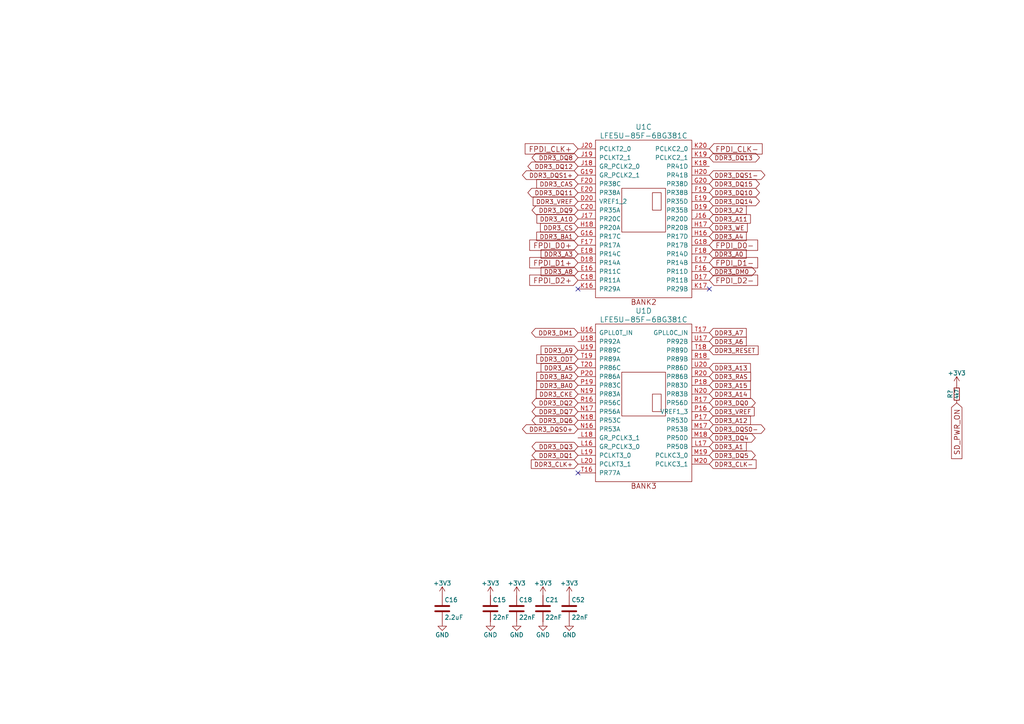
<source format=kicad_sch>
(kicad_sch (version 20231120) (generator "eeschema") (generator_version "8.0")
  (paper "A4")
  (title_block (title "ULX4M") (date "2021-11-08") (rev "0.0.2") (company "Intergalaktik d.o.o.") (comment 1 "SDRAM memory") (comment 2 "License: CERN-OHL-S v2"))
  (lib_symbols
    (symbol "Device:C" (pin_numbers hide) (pin_names (offset 0.254))
      (property "Reference" "C" (at 0.635 2.54 0))
      (property "Value" "C" (at 0.635 -2.54 0))
      (symbol "C_0_1"
        (polyline (pts (xy -2.032 -0.762) (xy 2.032 -0.762)) (stroke (width 0.508)))
        (polyline (pts (xy -2.032 0.762) (xy 2.032 0.762)) (stroke (width 0.508)))
      )
      (symbol "C_1_1"
        (pin passive line (at 0 3.81 270) (length 2.794) (name "~") (number "1"))
        (pin passive line (at 0 -3.81 90) (length 2.794) (name "~") (number "2"))
      )
    )
    (symbol "Device:R_Small" (pin_numbers hide) (pin_names (offset 0.254) hide)
      (property "Reference" "R" (at 0.762 0.508 0))
      (property "Value" "R_Small" (at 0.762 -1.016 0))
      (symbol "R_Small_0_1"
        (rectangle (start -0.762 1.778) (end 0.762 -1.778) (stroke (width 0.2032)))
      )
      (symbol "R_Small_1_1"
        (pin passive line (at 0 2.54 270) (length 0.762) (name "~") (number "1"))
        (pin passive line (at 0 -2.54 90) (length 0.762) (name "~") (number "2"))
      )
    )
    (symbol "lfe5bg381:LFE5UM-85F-6BG381C" (pin_names (offset 1.016))
      (property "Reference" "U" (at 0 24.13 0))
      (property "Value" "LFE5UM-85F-6BG381C" (at 0 21.59 0))
      (symbol "LFE5UM-85F-6BG381C_1_1"
        (rectangle (start -13.97 20.32) (end 13.97 -17.78))
        (rectangle (start -6.35 6.35) (end 6.35 -6.35))
        (rectangle (start -5.08 5.08) (end 0 2.54))
        (text "BANK0" (at 0 -19.05 0) (effects (font (size 1.524 1.524))))
        (pin input line (at -19.05 15.24 0) (length 5.08) (name "PCLKT0_1") (number "A10"))
        (pin input line (at 19.05 15.24 180) (length 5.08) (name "PCLKC0_1") (number "A11"))
        (pin input line (at -19.05 -10.16 0) (length 5.08) (name "PT4A") (number "A6"))
        (pin input line (at -19.05 5.08 0) (length 5.08) (name "PT18A") (number "A7"))
        (pin input line (at 19.05 5.08 180) (length 5.08) (name "PT18B") (number "A8"))
        (pin input line (at -19.05 12.7 0) (length 5.08) (name "GR_PCLK0_1") (number "A9"))
        (pin input line (at 19.05 12.7 180) (length 5.08) (name "GR_PCLK0_0") (number "B10"))
        (pin input line (at -19.05 17.78 0) (length 5.08) (name "PCLKT0_0") (number "B11"))
        (pin input line (at 19.05 -10.16 180) (length 5.08) (name "PT4B") (number "B6"))
        (pin input line (at 19.05 2.54 180) (length 5.08) (name "PT15B") (number "B8"))
        (pin input line (at -19.05 10.16 0) (length 5.08) (name "PT58A") (number "B9"))
        (pin input line (at 19.05 10.16 180) (length 5.08) (name "PT58B") (number "C10"))
        (pin input line (at 19.05 17.78 180) (length 5.08) (name "PCLKC0_0") (number "C11"))
        (pin input line (at -19.05 -2.54 0) (length 5.08) (name "PT11A") (number "C6"))
        (pin input line (at 19.05 -2.54 180) (length 5.08) (name "PT11B") (number "C7"))
        (pin input line (at -19.05 2.54 0) (length 5.08) (name "PT15A") (number "C8"))
        (pin input line (at -19.05 -15.24 0) (length 5.08) (name "PT54A") (number "C9"))
        (pin input line (at -19.05 -12.7 0) (length 5.08) (name "PT56A") (number "D10"))
        (pin input line (at 19.05 -7.62 180) (length 5.08) (name "PT6B") (number "D6"))
        (pin input line (at 19.05 -5.08 180) (length 5.08) (name "PT9B") (number "D7"))
        (pin input line (at 19.05 0 180) (length 5.08) (name "PT13B") (number "D8"))
        (pin input line (at -19.05 7.62 0) (length 5.08) (name "PT20A") (number "D9"))
        (pin input line (at 19.05 -12.7 180) (length 5.08) (name "PT56B") (number "E10"))
        (pin input line (at -19.05 -7.62 0) (length 5.08) (name "PT6A") (number "E6"))
        (pin input line (at -19.05 -5.08 0) (length 5.08) (name "PT9A") (number "E7"))
        (pin input line (at -19.05 0 0) (length 5.08) (name "PT13A") (number "E8"))
        (pin input line (at 19.05 7.62 180) (length 5.08) (name "PT20B") (number "E9"))
      )
      (symbol "LFE5UM-85F-6BG381C_2_0"
        (text "BANK1" (at 0 -26.67 0) (effects (font (size 1.524 1.524))))
      )
      (symbol "LFE5UM-85F-6BG381C_2_1"
        (rectangle (start -13.97 20.32) (end 13.97 -25.4))
        (rectangle (start -6.35 6.35) (end 6.35 -6.35))
        (rectangle (start 0 5.08) (end 5.08 2.54))
        (pin input line (at -19.05 -12.7 0) (length 5.08) (name "PT76A") (number "A12"))
        (pin input line (at 19.05 -12.7 180) (length 5.08) (name "PT76B") (number "A13"))
        (pin input line (at -19.05 -5.08 0) (length 5.08) (name "PT83A") (number "A14"))
        (pin input line (at -19.05 -22.86 0) (length 5.08) (name "PT103A") (number "A15"))
        (pin input line (at -19.05 5.08 0) (length 5.08) (name "PT110A") (number "A16"))
        (pin input line (at -19.05 12.7 0) (length 5.08) (name "PT116A") (number "A17"))
        (pin input line (at -19.05 15.24 0) (length 5.08) (name "PT119A") (number "A18"))
        (pin input line (at -19.05 17.78 0) (length 5.08) (name "PT121A") (number "A19"))
        (pin input line (at -19.05 -17.78 0) (length 5.08) (name "PCLKT1_0") (number "B12"))
        (pin input line (at -19.05 -10.16 0) (length 5.08) (name "PT78A") (number "B13"))
        (pin input line (at -19.05 0 0) (length 5.08) (name "PT105A") (number "B15"))
        (pin input line (at 19.05 5.08 180) (length 5.08) (name "PT110B") (number "B16"))
        (pin input line (at -19.05 10.16 0) (length 5.08) (name "PT114A") (number "B17"))
        (pin input line (at 19.05 12.7 180) (length 5.08) (name "PT116B") (number "B18"))
        (pin input line (at 19.05 15.24 180) (length 5.08) (name "PT119B") (number "B19"))
        (pin input line (at 19.05 17.78 180) (length 5.08) (name "PT121B") (number "B20"))
        (pin input line (at 19.05 -17.78 180) (length 5.08) (name "PCLKC1_0") (number "C12"))
        (pin input line (at 19.05 -10.16 180) (length 5.08) (name "PT78B") (number "C13"))
        (pin input line (at 19.05 -5.08 180) (length 5.08) (name "PT83B") (number "C14"))
        (pin input line (at 19.05 0 180) (length 5.08) (name "PT105B") (number "C15"))
        (pin input line (at -19.05 7.62 0) (length 5.08) (name "PT112A") (number "C16"))
        (pin input line (at 19.05 10.16 180) (length 5.08) (name "PT114B") (number "C17"))
        (pin input line (at -19.05 -20.32 0) (length 5.08) (name "PCLKT1_1") (number "D11"))
        (pin input line (at -19.05 -15.24 0) (length 5.08) (name "GR_PCLK1_0") (number "D12"))
        (pin input line (at -19.05 -7.62 0) (length 5.08) (name "PT80A") (number "D13"))
        (pin input line (at -19.05 -2.54 0) (length 5.08) (name "PT85A") (number "D14"))
        (pin input line (at -19.05 2.54 0) (length 5.08) (name "PT107A") (number "D15"))
        (pin input line (at 19.05 7.62 180) (length 5.08) (name "PT112B") (number "D16"))
        (pin input line (at 19.05 -20.32 180) (length 5.08) (name "PCLKC1_1") (number "E11"))
        (pin input line (at 19.05 -15.24 180) (length 5.08) (name "GR_PCLK1_1") (number "E12"))
        (pin input line (at 19.05 -7.62 180) (length 5.08) (name "PT80B") (number "E13"))
        (pin input line (at 19.05 -2.54 180) (length 5.08) (name "PT85B") (number "E14"))
        (pin input line (at 19.05 2.54 180) (length 5.08) (name "PT107B") (number "E15"))
      )
      (symbol "LFE5UM-85F-6BG381C_3_0"
        (text "BANK2" (at 0 -26.67 0) (effects (font (size 1.524 1.524))))
      )
      (symbol "LFE5UM-85F-6BG381C_3_1"
        (rectangle (start -13.97 20.32) (end 13.97 -25.4))
        (rectangle (start -6.35 6.35) (end 6.35 -6.35))
        (rectangle (start 5.08 5.08) (end 2.54 0))
        (pin input line (at -19.05 -20.32 0) (length 5.08) (name "PR11A") (number "C18"))
        (pin input line (at -19.05 0 0) (length 5.08) (name "PR35A") (number "C20"))
        (pin input line (at 19.05 -20.32 180) (length 5.08) (name "PR11B") (number "D17"))
        (pin input line (at -19.05 -15.24 0) (length 5.08) (name "PR14A") (number "D18"))
        (pin input line (at 19.05 0 180) (length 5.08) (name "PR35B") (number "D19"))
        (pin input line (at -19.05 2.54 0) (length 5.08) (name "VREF1_2") (number "D20"))
        (pin input line (at -19.05 -17.78 0) (length 5.08) (name "PR11C") (number "E16"))
        (pin input line (at 19.05 -15.24 180) (length 5.08) (name "PR14B") (number "E17"))
        (pin input line (at -19.05 -12.7 0) (length 5.08) (name "PR14C") (number "E18"))
        (pin input line (at 19.05 2.54 180) (length 5.08) (name "PR35D") (number "E19"))
        (pin input line (at -19.05 5.08 0) (length 5.08) (name "PR38A") (number "E20"))
        (pin input line (at 19.05 -17.78 180) (length 5.08) (name "PR11D") (number "F16"))
        (pin input line (at -19.05 -10.16 0) (length 5.08) (name "PR17A") (number "F17"))
        (pin input line (at 19.05 -12.7 180) (length 5.08) (name "PR14D") (number "F18"))
        (pin input line (at 19.05 5.08 180) (length 5.08) (name "PR38B") (number "F19"))
        (pin input line (at -19.05 7.62 0) (length 5.08) (name "PR38C") (number "F20"))
        (pin input line (at -19.05 -7.62 0) (length 5.08) (name "PR17C") (number "G16"))
        (pin input line (at 19.05 -10.16 180) (length 5.08) (name "PR17B") (number "G18"))
        (pin input line (at -19.05 10.16 0) (length 5.08) (name "GR_PCLK2_1") (number "G19"))
        (pin input line (at 19.05 7.62 180) (length 5.08) (name "PR38D") (number "G20"))
        (pin input line (at 19.05 -7.62 180) (length 5.08) (name "PR17D") (number "H16"))
        (pin input line (at 19.05 -5.08 180) (length 5.08) (name "PR20B") (number "H17"))
        (pin input line (at -19.05 -5.08 0) (length 5.08) (name "PR20A") (number "H18"))
        (pin input line (at 19.05 10.16 180) (length 5.08) (name "PR41B") (number "H20"))
        (pin input line (at 19.05 -2.54 180) (length 5.08) (name "PR20D") (number "J16"))
        (pin input line (at -19.05 -2.54 0) (length 5.08) (name "PR20C") (number "J17"))
        (pin input line (at -19.05 12.7 0) (length 5.08) (name "GR_PCLK2_0") (number "J18"))
        (pin input line (at -19.05 15.24 0) (length 5.08) (name "PCLKT2_1") (number "J19"))
        (pin input line (at -19.05 17.78 0) (length 5.08) (name "PCLKT2_0") (number "J20"))
        (pin input line (at -19.05 -22.86 0) (length 5.08) (name "PR29A") (number "K16"))
        (pin input line (at 19.05 -22.86 180) (length 5.08) (name "PR29B") (number "K17"))
        (pin input line (at 19.05 12.7 180) (length 5.08) (name "PR41D") (number "K18"))
        (pin input line (at 19.05 15.24 180) (length 5.08) (name "PCLKC2_1") (number "K19"))
        (pin input line (at 19.05 17.78 180) (length 5.08) (name "PCLKC2_0") (number "K20"))
      )
      (symbol "LFE5UM-85F-6BG381C_4_0"
        (text "BANK3" (at 0 -26.67 0) (effects (font (size 1.524 1.524))))
      )
      (symbol "LFE5UM-85F-6BG381C_4_1"
        (rectangle (start -13.97 20.32) (end 13.97 -25.4))
        (rectangle (start -6.35 6.35) (end 6.35 -6.35))
        (rectangle (start 2.54 0) (end 5.08 -5.08))
        (pin input line (at -19.05 -15.24 0) (length 5.08) (name "GR_PCLK3_0") (number "L16"))
        (pin input line (at 19.05 -15.24 180) (length 5.08) (name "PR50B") (number "L17"))
        (pin input line (at -19.05 -12.7 0) (length 5.08) (name "GR_PCLK3_1") (number "L18"))
        (pin input line (at -19.05 -17.78 0) (length 5.08) (name "PCLKT3_0") (number "L19"))
        (pin input line (at -19.05 -20.32 0) (length 5.08) (name "PCLKT3_1") (number "L20"))
        (pin input line (at 19.05 -10.16 180) (length 5.08) (name "PR53B") (number "M17"))
        (pin input line (at 19.05 -12.7 180) (length 5.08) (name "PR50D") (number "M18"))
        (pin input line (at 19.05 -17.78 180) (length 5.08) (name "PCLKC3_0") (number "M19"))
        (pin input line (at 19.05 -20.32 180) (length 5.08) (name "PCLKC3_1") (number "M20"))
        (pin input line (at -19.05 -10.16 0) (length 5.08) (name "PR53A") (number "N16"))
        (pin input line (at -19.05 -5.08 0) (length 5.08) (name "PR56A") (number "N17"))
        (pin input line (at -19.05 -7.62 0) (length 5.08) (name "PR53C") (number "N18"))
        (pin input line (at -19.05 0 0) (length 5.08) (name "PR83A") (number "N19"))
        (pin input line (at 19.05 0 180) (length 5.08) (name "PR83B") (number "N20"))
        (pin input line (at 19.05 -5.08 180) (length 5.08) (name "VREF1_3") (number "P16"))
        (pin input line (at 19.05 -7.62 180) (length 5.08) (name "PR53D") (number "P17"))
        (pin input line (at 19.05 2.54 180) (length 5.08) (name "PR83D") (number "P18"))
        (pin input line (at -19.05 2.54 0) (length 5.08) (name "PR83C") (number "P19"))
        (pin input line (at -19.05 5.08 0) (length 5.08) (name "PR86A") (number "P20"))
        (pin input line (at -19.05 -2.54 0) (length 5.08) (name "PR56C") (number "R16"))
        (pin input line (at 19.05 -2.54 180) (length 5.08) (name "PR56D") (number "R17"))
        (pin input line (at 19.05 10.16 180) (length 5.08) (name "PR89B") (number "R18"))
        (pin input line (at 19.05 5.08 180) (length 5.08) (name "PR86B") (number "R20"))
        (pin input line (at -19.05 -22.86 0) (length 5.08) (name "PR77A") (number "T16"))
        (pin input line (at 19.05 17.78 180) (length 5.08) (name "GPLL0C_IN") (number "T17"))
        (pin input line (at 19.05 12.7 180) (length 5.08) (name "PR89D") (number "T18"))
        (pin input line (at -19.05 10.16 0) (length 5.08) (name "PR89A") (number "T19"))
        (pin input line (at -19.05 7.62 0) (length 5.08) (name "PR86C") (number "T20"))
        (pin input line (at -19.05 17.78 0) (length 5.08) (name "GPLL0T_IN") (number "U16"))
        (pin input line (at 19.05 15.24 180) (length 5.08) (name "PR92B") (number "U17"))
        (pin input line (at -19.05 15.24 0) (length 5.08) (name "PR92A") (number "U18"))
        (pin input line (at -19.05 12.7 0) (length 5.08) (name "PR89C") (number "U19"))
        (pin input line (at 19.05 7.62 180) (length 5.08) (name "PR86D") (number "U20"))
      )
      (symbol "LFE5UM-85F-6BG381C_5_0"
        (text "BANK6" (at 0 -26.67 0) (effects (font (size 1.524 1.524))))
      )
      (symbol "LFE5UM-85F-6BG381C_5_1"
        (rectangle (start -13.97 20.32) (end 13.97 -25.4))
        (rectangle (start -6.35 6.35) (end 6.35 -6.35))
        (rectangle (start -5.08 0) (end -2.54 -5.08))
        (pin input line (at 19.05 15.24 180) (length 5.08) (name "PCLKC6_1") (number "F1"))
        (pin input line (at 19.05 17.78 180) (length 5.08) (name "PCLKC6_0") (number "G1"))
        (pin input line (at -19.05 15.24 0) (length 5.08) (name "PCLKT6_1") (number "G2"))
        (pin input line (at -19.05 7.62 0) (length 5.08) (name "PL53C") (number "H1"))
        (pin input line (at -19.05 17.78 0) (length 5.08) (name "PCLKT6_0") (number "H2"))
        (pin input line (at 19.05 5.08 180) (length 5.08) (name "PL53B") (number "J1"))
        (pin input line (at -19.05 12.7 0) (length 5.08) (name "GR_PCLK6_1") (number "J3"))
        (pin input line (at -19.05 10.16 0) (length 5.08) (name "GR_PCLK6_0") (number "J4"))
        (pin input line (at 19.05 10.16 180) (length 5.08) (name "PL50B") (number "J5"))
        (pin input line (at 19.05 7.62 180) (length 5.08) (name "PL53D") (number "K1"))
        (pin input line (at -19.05 5.08 0) (length 5.08) (name "PL53A") (number "K2"))
        (pin input line (at 19.05 12.7 180) (length 5.08) (name "PL50D") (number "K3"))
        (pin input line (at -19.05 0 0) (length 5.08) (name "PL56A") (number "K4"))
        (pin input line (at 19.05 0 180) (length 5.08) (name "VREF1_6") (number "K5"))
        (pin input line (at -19.05 -12.7 0) (length 5.08) (name "PL65C") (number "L1"))
        (pin input line (at 19.05 -7.62 180) (length 5.08) (name "PL86D") (number "L2"))
        (pin input line (at -19.05 -7.62 0) (length 5.08) (name "PL86C") (number "L3"))
        (pin input line (at -19.05 2.54 0) (length 5.08) (name "PL56C") (number "L4"))
        (pin input line (at 19.05 2.54 180) (length 5.08) (name "PL56D") (number "L5"))
        (pin input line (at 19.05 -15.24 180) (length 5.08) (name "PL89B") (number "M1"))
        (pin input line (at 19.05 -10.16 180) (length 5.08) (name "PL86B") (number "M3"))
        (pin input line (at -19.05 -5.08 0) (length 5.08) (name "PL83A") (number "M4"))
        (pin input line (at -19.05 -22.86 0) (length 5.08) (name "PL77A") (number "M5"))
        (pin input line (at 19.05 -12.7 180) (length 5.08) (name "PL89D") (number "N1"))
        (pin input line (at -19.05 -15.24 0) (length 5.08) (name "PL65A") (number "N2"))
        (pin input line (at -19.05 -10.16 0) (length 5.08) (name "PL86A") (number "N3"))
        (pin input line (at -19.05 -2.54 0) (length 5.08) (name "PL83C") (number "N4"))
        (pin input line (at 19.05 -5.08 180) (length 5.08) (name "PL83B") (number "N5"))
        (pin input line (at -19.05 -20.32 0) (length 5.08) (name "PL92A") (number "P1"))
        (pin input line (at 19.05 -20.32 180) (length 5.08) (name "PL92B") (number "P2"))
        (pin input line (at -19.05 -17.78 0) (length 5.08) (name "GPLL0T_IN") (number "P3"))
        (pin input line (at 19.05 -17.78 180) (length 5.08) (name "GPLL0C_IN") (number "P4"))
        (pin input line (at 19.05 -2.54 180) (length 5.08) (name "PL83D") (number "P5"))
      )
      (symbol "LFE5UM-85F-6BG381C_6_0"
        (text "BANK7" (at 0 -24.13 0) (effects (font (size 1.524 1.524))))
      )
      (symbol "LFE5UM-85F-6BG381C_6_1"
        (rectangle (start -13.97 20.32) (end 13.97 -22.86))
        (rectangle (start -6.35 6.35) (end 6.35 -6.35))
        (rectangle (start -5.08 5.08) (end -2.54 0))
        (pin input line (at -19.05 -5.08 0) (length 5.08) (name "PL35A") (number "A2"))
        (pin input line (at -19.05 12.7 0) (length 5.08) (name "PL14C") (number "A3"))
        (pin input line (at -19.05 15.24 0) (length 5.08) (name "PL11A") (number "A4"))
        (pin input line (at 19.05 15.24 180) (length 5.08) (name "PL11B") (number "A5"))
        (pin input line (at 19.05 -5.08 180) (length 5.08) (name "PL35B") (number "B1"))
        (pin input line (at -19.05 -2.54 0) (length 5.08) (name "VREF1_7") (number "B2"))
        (pin input line (at 19.05 12.7 180) (length 5.08) (name "PL14D") (number "B3"))
        (pin input line (at 19.05 10.16 180) (length 5.08) (name "PL14B") (number "B4"))
        (pin input line (at -19.05 17.78 0) (length 5.08) (name "PL11C") (number "B5"))
        (pin input line (at -19.05 -10.16 0) (length 5.08) (name "PL38A") (number "C1"))
        (pin input line (at 19.05 -2.54 180) (length 5.08) (name "PL35D") (number "C2"))
        (pin input line (at -19.05 7.62 0) (length 5.08) (name "PL17C") (number "C3"))
        (pin input line (at -19.05 10.16 0) (length 5.08) (name "PL14A") (number "C4"))
        (pin input line (at 19.05 17.78 180) (length 5.08) (name "PL11D") (number "C5"))
        (pin input line (at 19.05 -10.16 180) (length 5.08) (name "PL38B") (number "D1"))
        (pin input line (at -19.05 -7.62 0) (length 5.08) (name "PL38C") (number "D2"))
        (pin input line (at 19.05 7.62 180) (length 5.08) (name "PL17D") (number "D3"))
        (pin input line (at 19.05 5.08 180) (length 5.08) (name "PL17B") (number "D5"))
        (pin input line (at 19.05 -7.62 180) (length 5.08) (name "PL38D") (number "E1"))
        (pin input line (at 19.05 -17.78 180) (length 5.08) (name "PCLKC7_0") (number "E2"))
        (pin input line (at 19.05 0 180) (length 5.08) (name "PL20B") (number "E3"))
        (pin input line (at -19.05 5.08 0) (length 5.08) (name "PL17A") (number "E4"))
        (pin input line (at -19.05 2.54 0) (length 5.08) (name "PL20C") (number "E5"))
        (pin input line (at -19.05 -17.78 0) (length 5.08) (name "PCLKT7_0") (number "F2"))
        (pin input line (at 19.05 -20.32 180) (length 5.08) (name "PCLKC7_1") (number "F3"))
        (pin input line (at -19.05 0 0) (length 5.08) (name "PL20A") (number "F4"))
        (pin input line (at 19.05 2.54 180) (length 5.08) (name "PL20D") (number "F5"))
        (pin input line (at -19.05 -20.32 0) (length 5.08) (name "PCLKT7_1") (number "G3"))
        (pin input line (at 19.05 -15.24 180) (length 5.08) (name "PL41B") (number "G5"))
        (pin input line (at 19.05 -12.7 180) (length 5.08) (name "PL41D") (number "H3"))
        (pin input line (at -19.05 -15.24 0) (length 5.08) (name "GR_PCLK7_1") (number "H4"))
        (pin input line (at -19.05 -12.7 0) (length 5.08) (name "GR_PCLK7_0") (number "H5"))
      )
      (symbol "LFE5UM-85F-6BG381C_7_0"
        (text "BANK8" (at 0 -24.13 0) (effects (font (size 1.524 1.524))))
      )
      (symbol "LFE5UM-85F-6BG381C_7_1"
        (rectangle (start -13.97 20.32) (end 13.97 -22.86))
        (rectangle (start -6.35 6.35) (end 6.35 -6.35))
        (rectangle (start -5.08 -5.08) (end 0 -2.54))
        (pin input line (at -19.05 17.78 0) (length 5.08) (name "D7") (number "R1"))
        (pin input line (at -19.05 5.08 0) (length 5.08) (name "CSSPIN") (number "R2"))
        (pin input line (at 19.05 5.08 180) (length 5.08) (name "DOUT/CSOn") (number "R3"))
        (pin input line (at -19.05 -10.16 0) (length 5.08) (name "CFG_2") (number "R4"))
        (pin input line (at 19.05 17.78 180) (length 5.08) (name "D6") (number "T1"))
        (pin input line (at -19.05 7.62 0) (length 5.08) (name "SN/CSn") (number "T2"))
        (pin input line (at -19.05 -2.54 0) (length 5.08) (name "WRITEn") (number "T3"))
        (pin input line (at -19.05 -12.7 0) (length 5.08) (name "CFG_1") (number "T4"))
        (pin input line (at -19.05 15.24 0) (length 5.08) (name "D5/MISO2") (number "U1"))
        (pin input line (at 19.05 7.62 180) (length 5.08) (name "CS1n") (number "U2"))
        (pin input line (at -19.05 -5.08 0) (length 5.08) (name "CCLK") (number "U3"))
        (pin input line (at -19.05 -15.24 0) (length 5.08) (name "CFG_0") (number "U4"))
        (pin input line (at 19.05 15.24 180) (length 5.08) (name "D4/MOSI2") (number "V1"))
        (pin input line (at -19.05 10.16 0) (length 5.08) (name "D1/MISO") (number "V2"))
        (pin input line (at -19.05 2.54 0) (length 5.08) (name "INITn") (number "V3"))
        (pin input line (at -19.05 12.7 0) (length 5.08) (name "D3/HOLDn") (number "W1"))
        (pin input line (at 19.05 10.16 180) (length 5.08) (name "D0/MOSI") (number "W2"))
        (pin input line (at -19.05 0 0) (length 5.08) (name "PROGRAMn") (number "W3"))
        (pin input line (at 19.05 12.7 180) (length 5.08) (name "D2/WPn") (number "Y2"))
        (pin input line (at -19.05 -7.62 0) (length 5.08) (name "DONE") (number "Y3"))
      )
      (symbol "LFE5UM-85F-6BG381C_8_0"
        (text "BANK50,51" (at 0 -27.94 0) (effects (font (size 1.524 1.524))))
        (text "SERDES" (at 0 -30.48 0) (effects (font (size 1.524 1.524))))
      )
      (symbol "LFE5UM-85F-6BG381C_8_1"
        (rectangle (start -16.51 25.4) (end 16.51 -26.67))
        (rectangle (start -6.35 6.35) (end 6.35 -6.35))
        (rectangle (start 3.81 -5.08) (end -3.81 -3.81))
        (pin input line (at 21.59 8.89 180) (length 5.08) (name "VCCHTX0_D0CH1") (number "T10"))
        (pin input line (at -21.59 -7.62 0) (length 5.08) (name "VCCHTX0_D1CH0") (number "T11"))
        (pin input line (at -21.59 -10.16 0) (length 5.08) (name "VCCHRX0_D1CH0") (number "T12"))
        (pin input line (at 21.59 -10.16 180) (length 5.08) (name "VCCHRX0_D1CH1") (number "T13"))
        (pin input line (at 21.59 -7.62 180) (length 5.08) (name "VCCHTX0_D1CH1") (number "T14"))
        (pin input line (at -21.59 -2.54 0) (length 5.08) (name "VCCA1") (number "T15"))
        (pin input line (at -21.59 3.81 0) (length 5.08) (name "VCCA0") (number "T6"))
        (pin input line (at -21.59 8.89 0) (length 5.08) (name "VCCHTX0_D0CH0") (number "T7"))
        (pin input line (at -21.59 6.35 0) (length 5.08) (name "VCCHRX0_D0CH0") (number "T8"))
        (pin input line (at 21.59 6.35 180) (length 5.08) (name "VCCHRX0_D0CH1") (number "T9"))
        (pin input line (at -21.59 -5.08 0) (length 5.08) (name "VCCA1") (number "U15"))
        (pin input line (at -21.59 1.27 0) (length 5.08) (name "VCCA0") (number "U6"))
        (pin input line (at 21.59 3.81 180) (length 5.08) (name "VCCAUXA0") (number "V10"))
        (pin input line (at 21.59 1.27 180) (length 5.08) (name "VCCAUXA0") (number "V11"))
        (pin input line (at 21.59 -2.54 180) (length 5.08) (name "VCCAUXA1") (number "V17"))
        (pin input line (at 21.59 -5.08 180) (length 5.08) (name "VCCAUXA1") (number "V18"))
        (pin input line (at -21.59 -16.51 0) (length 5.08) (name "HDTXP0_D1CH0") (number "W13"))
        (pin input line (at 21.59 -16.51 180) (length 5.08) (name "HDTXN0_D1CH0") (number "W14"))
        (pin input line (at -21.59 -21.59 0) (length 5.08) (name "HDTXP0_D1CH1") (number "W17"))
        (pin input line (at 21.59 -21.59 180) (length 5.08) (name "HDTXN0_D1CH1") (number "W18"))
        (pin input line (at 21.59 -13.97 180) (length 5.08) (name "REFCLKN_D1") (number "W20"))
        (pin input line (at -21.59 20.32 0) (length 5.08) (name "HDTXP0_D0CH0") (number "W4"))
        (pin input line (at 21.59 20.32 180) (length 5.08) (name "HDTXN0_D0CH0") (number "W5"))
        (pin input line (at -21.59 15.24 0) (length 5.08) (name "HDTXP0_D0CH1") (number "W8"))
        (pin input line (at 21.59 15.24 180) (length 5.08) (name "HDTXN0_D0CH1") (number "W9"))
        (pin input line (at -21.59 22.86 0) (length 5.08) (name "REFCLKP_D0") (number "Y11"))
        (pin input line (at 21.59 22.86 180) (length 5.08) (name "REFCLKN_D0") (number "Y12"))
        (pin input line (at -21.59 -19.05 0) (length 5.08) (name "HDRXP0_D1CH0") (number "Y14"))
        (pin input line (at 21.59 -19.05 180) (length 5.08) (name "HDRXN0_D1CH0") (number "Y15"))
        (pin input line (at -21.59 -24.13 0) (length 5.08) (name "HDRXP0_D1CH1") (number "Y16"))
        (pin input line (at 21.59 -24.13 180) (length 5.08) (name "HDRXN0_D1CH1") (number "Y17"))
        (pin input line (at -21.59 -13.97 0) (length 5.08) (name "REFCLKP_D1") (number "Y19"))
        (pin input line (at -21.59 17.78 0) (length 5.08) (name "HDRXP0_D0CH0") (number "Y5"))
        (pin input line (at 21.59 17.78 180) (length 5.08) (name "HDRXN0_D0CH0") (number "Y6"))
        (pin input line (at -21.59 12.7 0) (length 5.08) (name "HDRXP0_D0CH1") (number "Y7"))
        (pin input line (at 21.59 12.7 180) (length 5.08) (name "HDRXN0_D0CH1") (number "Y8"))
      )
      (symbol "LFE5UM-85F-6BG381C_9_1"
        (rectangle (start -109.22 11.43) (end 118.11 -12.7))
        (rectangle (start -6.35 6.35) (end 6.35 -6.35))
        (rectangle (start -2.54 2.54) (end 2.54 -2.54))
        (text "POWER" (at 0 3.81 0) (effects (font (size 1.524 1.524))))
        (pin input line (at -77.47 -17.78 90) (length 5.08) (name "GND") (number "B14"))
        (pin input line (at 13.97 -17.78 90) (length 5.08) (name "GND") (number "B7"))
        (pin input line (at -97.79 -17.78 90) (length 5.08) (name "GND") (number "C19"))
        (pin input line (at 41.91 -17.78 90) (length 5.08) (name "GND") (number "D4"))
        (pin input line (at -40.64 16.51 270) (length 5.08) (name "VCCio0") (number "F10"))
        (pin input line (at -30.48 16.51 270) (length 5.08) (name "VCCio1") (number "F11"))
        (pin input line (at -33.02 16.51 270) (length 5.08) (name "VCCio1") (number "F12"))
        (pin input line (at -57.15 -17.78 90) (length 5.08) (name "GND") (number "F13"))
        (pin input line (at -74.93 -17.78 90) (length 5.08) (name "GND") (number "F14"))
        (pin input line (at -53.34 16.51 270) (length 5.08) (name "VCCAUX") (number "F15"))
        (pin input line (at -48.26 16.51 270) (length 5.08) (name "VCCAUX") (number "F6"))
        (pin input line (at 16.51 -17.78 90) (length 5.08) (name "GND") (number "F7"))
        (pin input line (at 6.35 -17.78 90) (length 5.08) (name "GND") (number "F8"))
        (pin input line (at -38.1 16.51 270) (length 5.08) (name "VCCio0") (number "F9"))
        (pin input line (at -19.05 -17.78 90) (length 5.08) (name "GND") (number "G10"))
        (pin input line (at -34.29 -17.78 90) (length 5.08) (name "GND") (number "G11"))
        (pin input line (at -49.53 -17.78 90) (length 5.08) (name "GND") (number "G12"))
        (pin input line (at -54.61 -17.78 90) (length 5.08) (name "GND") (number "G13"))
        (pin input line (at -72.39 -17.78 90) (length 5.08) (name "GND") (number "G14"))
        (pin input line (at -85.09 -17.78 90) (length 5.08) (name "GND") (number "G15"))
        (pin input line (at -90.17 -17.78 90) (length 5.08) (name "GND") (number "G17"))
        (pin input line (at 44.45 -17.78 90) (length 5.08) (name "GND") (number "G4"))
        (pin input line (at 34.29 -17.78 90) (length 5.08) (name "GND") (number "G6"))
        (pin input line (at 19.05 -17.78 90) (length 5.08) (name "GND") (number "G7"))
        (pin input line (at 8.89 -17.78 90) (length 5.08) (name "GND") (number "G8"))
        (pin input line (at -6.35 -17.78 90) (length 5.08) (name "GND") (number "G9"))
        (pin input line (at -81.28 16.51 270) (length 5.08) (name "VCC") (number "H10"))
        (pin input line (at -86.36 16.51 270) (length 5.08) (name "VCC") (number "H11"))
        (pin input line (at -91.44 16.51 270) (length 5.08) (name "VCC") (number "H12"))
        (pin input line (at -106.68 16.51 270) (length 5.08) (name "VCC") (number "H13"))
        (pin input line (at -20.32 16.51 270) (length 5.08) (name "VCCio2") (number "H14"))
        (pin input line (at -25.4 16.51 270) (length 5.08) (name "VCCio2") (number "H15"))
        (pin input line (at -95.25 -17.78 90) (length 5.08) (name "GND") (number "H19"))
        (pin input line (at 29.21 16.51 270) (length 5.08) (name "VCCio7") (number "H6"))
        (pin input line (at 26.67 16.51 270) (length 5.08) (name "VCCio7") (number "H7"))
        (pin input line (at -71.12 16.51 270) (length 5.08) (name "VCC") (number "H8"))
        (pin input line (at -76.2 16.51 270) (length 5.08) (name "VCC") (number "H9"))
        (pin input line (at -16.51 -17.78 90) (length 5.08) (name "GND") (number "J10"))
        (pin input line (at -31.75 -17.78 90) (length 5.08) (name "GND") (number "J11"))
        (pin input line (at -46.99 -17.78 90) (length 5.08) (name "GND") (number "J12"))
        (pin input line (at -104.14 16.51 270) (length 5.08) (name "VCC") (number "J13"))
        (pin input line (at -69.85 -17.78 90) (length 5.08) (name "GND") (number "J14"))
        (pin input line (at -22.86 16.51 270) (length 5.08) (name "VCCio2") (number "J15"))
        (pin input line (at 46.99 -17.78 90) (length 5.08) (name "GND") (number "J2"))
        (pin input line (at 31.75 16.51 270) (length 5.08) (name "VCCio7") (number "J6"))
        (pin input line (at 21.59 -17.78 90) (length 5.08) (name "GND") (number "J7"))
        (pin input line (at -68.58 16.51 270) (length 5.08) (name "VCC") (number "J8"))
        (pin input line (at -3.81 -17.78 90) (length 5.08) (name "GND") (number "J9"))
        (pin input line (at -13.97 -17.78 90) (length 5.08) (name "GND") (number "K10"))
        (pin input line (at -29.21 -17.78 90) (length 5.08) (name "GND") (number "K11"))
        (pin input line (at -44.45 -17.78 90) (length 5.08) (name "GND") (number "K12"))
        (pin input line (at -101.6 16.51 270) (length 5.08) (name "VCC") (number "K13"))
        (pin input line (at -67.31 -17.78 90) (length 5.08) (name "GND") (number "K14"))
        (pin input line (at -82.55 -17.78 90) (length 5.08) (name "GND") (number "K15"))
        (pin input line (at 36.83 -17.78 90) (length 5.08) (name "GND") (number "K6"))
        (pin input line (at 24.13 -17.78 90) (length 5.08) (name "GND") (number "K7"))
        (pin input line (at -66.04 16.51 270) (length 5.08) (name "VCC") (number "K8"))
        (pin input line (at -1.27 -17.78 90) (length 5.08) (name "GND") (number "K9"))
        (pin input line (at -11.43 -17.78 90) (length 5.08) (name "GND") (number "L10"))
        (pin input line (at -26.67 -17.78 90) (length 5.08) (name "GND") (number "L11"))
        (pin input line (at -41.91 -17.78 90) (length 5.08) (name "GND") (number "L12"))
        (pin input line (at -99.06 16.51 270) (length 5.08) (name "VCC") (number "L13"))
        (pin input line (at -10.16 16.51 270) (length 5.08) (name "VCCio3") (number "L14"))
        (pin input line (at -15.24 16.51 270) (length 5.08) (name "VCCio3") (number "L15"))
        (pin input line (at 19.05 16.51 270) (length 5.08) (name "VCCio6") (number "L6"))
        (pin input line (at 16.51 16.51 270) (length 5.08) (name "VCCio6") (number "L7"))
        (pin input line (at -63.5 16.51 270) (length 5.08) (name "VCC") (number "L8"))
        (pin input line (at 1.27 -17.78 90) (length 5.08) (name "GND") (number "L9"))
        (pin input line (at -8.89 -17.78 90) (length 5.08) (name "GND") (number "M10"))
        (pin input line (at -24.13 -17.78 90) (length 5.08) (name "GND") (number "M11"))
        (pin input line (at -39.37 -17.78 90) (length 5.08) (name "GND") (number "M12"))
        (pin input line (at -96.52 16.51 270) (length 5.08) (name "VCC") (number "M13"))
        (pin input line (at -64.77 -17.78 90) (length 5.08) (name "GND") (number "M14"))
        (pin input line (at -12.7 16.51 270) (length 5.08) (name "VCCio3") (number "M15"))
        (pin input line (at -87.63 -17.78 90) (length 5.08) (name "GND") (number "M16"))
        (pin input line (at 49.53 -17.78 90) (length 5.08) (name "GND") (number "M2"))
        (pin input line (at 21.59 16.51 270) (length 5.08) (name "VCCio6") (number "M6"))
        (pin input line (at 26.67 -17.78 90) (length 5.08) (name "GND") (number "M7"))
        (pin input line (at -60.96 16.51 270) (length 5.08) (name "VCC") (number "M8"))
        (pin input line (at 3.81 -17.78 90) (length 5.08) (name "GND") (number "M9"))
        (pin input line (at -78.74 16.51 270) (length 5.08) (name "VCC") (number "N10"))
        (pin input line (at -83.82 16.51 270) (length 5.08) (name "VCC") (number "N11"))
        (pin input line (at -88.9 16.51 270) (length 5.08) (name "VCC") (number "N12"))
        (pin input line (at -93.98 16.51 270) (length 5.08) (name "VCC") (number "N13"))
        (pin input line (at -62.23 -17.78 90) (length 5.08) (name "GND") (number "N14"))
        (pin input line (at -80.01 -17.78 90) (length 5.08) (name "GND") (number "N15"))
        (pin input line (at 39.37 -17.78 90) (length 5.08) (name "GND") (number "N6"))
        (pin input line (at 29.21 -17.78 90) (length 5.08) (name "GND") (number "N7"))
        (pin input line (at -58.42 16.51 270) (length 5.08) (name "VCC") (number "N8"))
        (pin input line (at -73.66 16.51 270) (length 5.08) (name "VCC") (number "N9"))
        (pin input line (at 36.83 16.51 270) (length 5.08) (name "VCCio8") (number "P10"))
        (pin input line (at -21.59 -17.78 90) (length 5.08) (name "GND") (number "P11"))
        (pin input line (at -36.83 -17.78 90) (length 5.08) (name "GND") (number "P12"))
        (pin input line (at -52.07 -17.78 90) (length 5.08) (name "GND") (number "P13"))
        (pin input line (at -59.69 -17.78 90) (length 5.08) (name "GND") (number "P14"))
        (pin input line (at -50.8 16.51 270) (length 5.08) (name "VCCAUX") (number "P15"))
        (pin input line (at -45.72 16.51 270) (length 5.08) (name "VCCAUX") (number "P6"))
        (pin input line (at 31.75 -17.78 90) (length 5.08) (name "GND") (number "P7"))
        (pin input line (at 11.43 -17.78 90) (length 5.08) (name "GND") (number "P8"))
        (pin input line (at 39.37 16.51 270) (length 5.08) (name "VCCio8") (number "P9"))
        (pin input line (at -92.71 -17.78 90) (length 5.08) (name "GND") (number "R19"))
        (pin input line (at 67.31 -17.78 90) (length 5.08) (name "GND") (number "U10"))
        (pin input line (at 115.57 -17.78 90) (length 5.08) (name "GND") (number "U11"))
        (pin input line (at 107.95 -17.78 90) (length 5.08) (name "GND") (number "U12"))
        (pin input line (at 102.87 -17.78 90) (length 5.08) (name "GND") (number "U13"))
        (pin input line (at 97.79 -17.78 90) (length 5.08) (name "GND") (number "U14"))
        (pin input line (at 59.69 -17.78 90) (length 5.08) (name "GND") (number "U7"))
        (pin input line (at 62.23 -17.78 90) (length 5.08) (name "GND") (number "U8"))
        (pin input line (at 64.77 -17.78 90) (length 5.08) (name "GND") (number "U9"))
        (pin input line (at 110.49 -17.78 90) (length 5.08) (name "GND") (number "V12"))
        (pin input line (at 105.41 -17.78 90) (length 5.08) (name "GND") (number "V13"))
        (pin input line (at 95.25 -17.78 90) (length 5.08) (name "GND") (number "V14"))
        (pin input line (at 82.55 -17.78 90) (length 5.08) (name "GND") (number "V15"))
        (pin input line (at 87.63 -17.78 90) (length 5.08) (name "GND") (number "V16"))
        (pin input line (at 92.71 -17.78 90) (length 5.08) (name "GND") (number "V19"))
        (pin input line (at 69.85 -17.78 90) (length 5.08) (name "GND") (number "V20"))
        (pin input line (at 72.39 -17.78 90) (length 5.08) (name "GND") (number "V5"))
        (pin input line (at 77.47 -17.78 90) (length 5.08) (name "GND") (number "V6"))
        (pin input line (at 52.07 -17.78 90) (length 5.08) (name "GND") (number "V7"))
        (pin input line (at 54.61 -17.78 90) (length 5.08) (name "GND") (number "V8"))
        (pin input line (at 57.15 -17.78 90) (length 5.08) (name "GND") (number "V9"))
        (pin input line (at 113.03 -17.78 90) (length 5.08) (name "GND") (number "W12"))
        (pin input line (at 100.33 -17.78 90) (length 5.08) (name "GND") (number "W15"))
        (pin input line (at 85.09 -17.78 90) (length 5.08) (name "GND") (number "W16"))
        (pin input line (at 90.17 -17.78 90) (length 5.08) (name "GND") (number "W19"))
        (pin input line (at 74.93 -17.78 90) (length 5.08) (name "GND") (number "W6"))
        (pin input line (at 80.01 -17.78 90) (length 5.08) (name "GND") (number "W7"))
      )
      (symbol "LFE5UM-85F-6BG381C_10_0"
        (text "JTAG" (at 0 1.27 0) (effects (font (size 1.524 1.524))))
      )
      (symbol "LFE5UM-85F-6BG381C_10_1"
        (rectangle (start -12.7 6.35) (end 7.62 -6.35))
        (text "PROG" (at 0 -1.27 0) (effects (font (size 1.524 1.524))))
        (pin input line (at -17.78 3.81 0) (length 5.08) (name "TDI") (number "R5"))
        (pin input line (at -17.78 -1.27 0) (length 5.08) (name "TCK") (number "T5"))
        (pin input line (at -17.78 -3.81 0) (length 5.08) (name "TMS") (number "U5"))
        (pin input line (at -17.78 1.27 0) (length 5.08) (name "TDO") (number "V4"))
      )
    )
    (symbol "ulx4m-rescue:+3V3-power" (power) (pin_names (offset 0))
      (property "Value" "power_+3V3" (at 0 3.556 0))
      (symbol "+3V3-power_0_1"
        (polyline (pts (xy -0.762 1.27) (xy 0 2.54)))
        (polyline (pts (xy 0 0) (xy 0 2.54)))
        (polyline (pts (xy 0 2.54) (xy 0.762 1.27)))
      )
      (symbol "+3V3-power_1_1"
        (pin power_in line (at 0 0 90) (length 0) hide (name "+3V3") (number "1"))
      )
    )
    (symbol "ulx4m-rescue:GND-power" (power) (pin_names (offset 0))
      (property "Value" "power_GND" (at 0 -3.81 0))
      (symbol "GND-power_0_1"
        (polyline (pts (xy 0 0) (xy 0 -1.27) (xy 1.27 -1.27) (xy 0 -2.54) (xy -1.27 -1.27) (xy 0 -1.27)))
      )
      (symbol "GND-power_1_1"
        (pin power_in line (at 0 0 270) (length 0) hide (name "GND") (number "1"))
      )
    )
  )
  (no_connect (at 167.64 137.16))
  (no_connect (at 205.74 83.82))
  (no_connect (at 167.64 83.82))
  (global_label "DDR3_DQ13" (shape bidirectional) (at 205.74 45.72 0) (property "Intersheetrefs" "${INTERSHEET_REFS}" (effects (hide yes))))
  (global_label "DDR3_DM1" (shape bidirectional) (at 167.64 96.52 180) (property "Intersheetrefs" "${INTERSHEET_REFS}" (effects (hide yes))))
  (global_label "FPDI_D1-" (shape input) (at 205.74 76.2 0) (effects (font (size 1.524 1.524))) (property "Intersheetrefs" "${INTERSHEET_REFS}" (effects (hide yes))))
  (global_label "DDR3_A14" (shape input) (at 205.74 114.3 0) (property "Intersheetrefs" "${INTERSHEET_REFS}" (effects (hide yes))))
  (global_label "DDR3_DQ9" (shape bidirectional) (at 167.64 60.96 180) (property "Intersheetrefs" "${INTERSHEET_REFS}" (effects (hide yes))))
  (global_label "DDR3_DQ11" (shape bidirectional) (at 167.64 55.88 180) (property "Intersheetrefs" "${INTERSHEET_REFS}" (effects (hide yes))))
  (global_label "DDR3_DQS1-" (shape bidirectional) (at 205.74 50.8 0) (property "Intersheetrefs" "${INTERSHEET_REFS}" (effects (hide yes))))
  (global_label "DDR3_A10" (shape input) (at 167.64 63.5 180) (property "Intersheetrefs" "${INTERSHEET_REFS}" (effects (hide yes))))
  (global_label "FPDI_D0-" (shape input) (at 205.74 71.12 0) (effects (font (size 1.524 1.524))) (property "Intersheetrefs" "${INTERSHEET_REFS}" (effects (hide yes))))
  (global_label "DDR3_A9" (shape input) (at 167.64 101.6 180) (property "Intersheetrefs" "${INTERSHEET_REFS}" (effects (hide yes))))
  (global_label "DDR3_VREF" (shape input) (at 205.74 119.38 0) (property "Intersheetrefs" "${INTERSHEET_REFS}" (effects (hide yes))))
  (global_label "DDR3_DQ6" (shape bidirectional) (at 167.64 121.92 180) (property "Intersheetrefs" "${INTERSHEET_REFS}" (effects (hide yes))))
  (global_label "DDR3_CLK-" (shape input) (at 205.74 134.62 0) (property "Intersheetrefs" "${INTERSHEET_REFS}" (effects (hide yes))))
  (global_label "DDR3_A13" (shape input) (at 205.74 106.68 0) (property "Intersheetrefs" "${INTERSHEET_REFS}" (effects (hide yes))))
  (global_label "DDR3_CLK+" (shape input) (at 167.64 134.62 180) (property "Intersheetrefs" "${INTERSHEET_REFS}" (effects (hide yes))))
  (global_label "DDR3_CKE" (shape input) (at 167.64 114.3 180) (property "Intersheetrefs" "${INTERSHEET_REFS}" (effects (hide yes))))
  (global_label "FPDI_D1+" (shape input) (at 167.64 76.2 180) (effects (font (size 1.524 1.524))) (property "Intersheetrefs" "${INTERSHEET_REFS}" (effects (hide yes))))
  (global_label "DDR3_CS" (shape input) (at 167.64 66.04 180) (property "Intersheetrefs" "${INTERSHEET_REFS}" (effects (hide yes))))
  (global_label "DDR3_WE" (shape input) (at 205.74 66.04 0) (property "Intersheetrefs" "${INTERSHEET_REFS}" (effects (hide yes))))
  (global_label "DDR3_DQ5" (shape bidirectional) (at 205.74 132.08 0) (property "Intersheetrefs" "${INTERSHEET_REFS}" (effects (hide yes))))
  (global_label "SD_PWR_ON" (shape input) (at 277.495 116.84 270) (effects (font (size 1.524 1.524))) (property "Intersheetrefs" "${INTERSHEET_REFS}" (effects (hide yes))))
  (global_label "DDR3_DQS0+" (shape bidirectional) (at 167.64 124.46 180) (property "Intersheetrefs" "${INTERSHEET_REFS}" (effects (hide yes))))
  (global_label "DDR3_BA2" (shape input) (at 167.64 109.22 180) (property "Intersheetrefs" "${INTERSHEET_REFS}" (effects (hide yes))))
  (global_label "FPDI_CLK-" (shape input) (at 205.74 43.18 0) (effects (font (size 1.524 1.524))) (property "Intersheetrefs" "${INTERSHEET_REFS}" (effects (hide yes))))
  (global_label "DDR3_A7" (shape input) (at 205.74 96.52 0) (property "Intersheetrefs" "${INTERSHEET_REFS}" (effects (hide yes))))
  (global_label "DDR3_A6" (shape input) (at 205.74 99.06 0) (property "Intersheetrefs" "${INTERSHEET_REFS}" (effects (hide yes))))
  (global_label "DDR3_VREF" (shape input) (at 167.64 58.42 180) (property "Intersheetrefs" "${INTERSHEET_REFS}" (effects (hide yes))))
  (global_label "DDR3_RAS" (shape input) (at 205.74 109.22 0) (property "Intersheetrefs" "${INTERSHEET_REFS}" (effects (hide yes))))
  (global_label "DDR3_DQ14" (shape bidirectional) (at 205.74 58.42 0) (property "Intersheetrefs" "${INTERSHEET_REFS}" (effects (hide yes))))
  (global_label "DDR3_A12" (shape input) (at 205.74 121.92 0) (property "Intersheetrefs" "${INTERSHEET_REFS}" (effects (hide yes))))
  (global_label "DDR3_A0" (shape input) (at 205.74 73.66 0) (property "Intersheetrefs" "${INTERSHEET_REFS}" (effects (hide yes))))
  (global_label "DDR3_DQS1+" (shape bidirectional) (at 167.64 50.8 180) (property "Intersheetrefs" "${INTERSHEET_REFS}" (effects (hide yes))))
  (global_label "FPDI_D2+" (shape input) (at 167.64 81.28 180) (effects (font (size 1.524 1.524))) (property "Intersheetrefs" "${INTERSHEET_REFS}" (effects (hide yes))))
  (global_label "FPDI_D0+" (shape input) (at 167.64 71.12 180) (effects (font (size 1.524 1.524))) (property "Intersheetrefs" "${INTERSHEET_REFS}" (effects (hide yes))))
  (global_label "DDR3_A3" (shape input) (at 167.64 73.66 180) (property "Intersheetrefs" "${INTERSHEET_REFS}" (effects (hide yes))))
  (global_label "DDR3_A2" (shape input) (at 205.74 60.96 0) (property "Intersheetrefs" "${INTERSHEET_REFS}" (effects (hide yes))))
  (global_label "DDR3_DQS0-" (shape bidirectional) (at 205.74 124.46 0) (property "Intersheetrefs" "${INTERSHEET_REFS}" (effects (hide yes))))
  (global_label "FPDI_CLK+" (shape input) (at 167.64 43.18 180) (effects (font (size 1.524 1.524))) (property "Intersheetrefs" "${INTERSHEET_REFS}" (effects (hide yes))))
  (global_label "FPDI_D2-" (shape input) (at 205.74 81.28 0) (effects (font (size 1.524 1.524))) (property "Intersheetrefs" "${INTERSHEET_REFS}" (effects (hide yes))))
  (global_label "DDR3_BA0" (shape input) (at 167.64 111.76 180) (property "Intersheetrefs" "${INTERSHEET_REFS}" (effects (hide yes))))
  (global_label "DDR3_RESET" (shape input) (at 205.74 101.6 0) (property "Intersheetrefs" "${INTERSHEET_REFS}" (effects (hide yes))))
  (global_label "DDR3_A15" (shape input) (at 205.74 111.76 0) (property "Intersheetrefs" "${INTERSHEET_REFS}" (effects (hide yes))))
  (global_label "DDR3_DQ12" (shape bidirectional) (at 167.64 48.26 180) (property "Intersheetrefs" "${INTERSHEET_REFS}" (effects (hide yes))))
  (global_label "DDR3_DQ15" (shape bidirectional) (at 205.74 53.34 0) (property "Intersheetrefs" "${INTERSHEET_REFS}" (effects (hide yes))))
  (global_label "DDR3_DQ8" (shape bidirectional) (at 167.64 45.72 180) (property "Intersheetrefs" "${INTERSHEET_REFS}" (effects (hide yes))))
  (global_label "DDR3_DQ7" (shape bidirectional) (at 167.64 119.38 180) (property "Intersheetrefs" "${INTERSHEET_REFS}" (effects (hide yes))))
  (global_label "DDR3_DQ2" (shape bidirectional) (at 167.64 116.84 180) (property "Intersheetrefs" "${INTERSHEET_REFS}" (effects (hide yes))))
  (global_label "DDR3_A1" (shape input) (at 205.74 129.54 0) (property "Intersheetrefs" "${INTERSHEET_REFS}" (effects (hide yes))))
  (global_label "DDR3_A4" (shape input) (at 205.74 68.58 0) (property "Intersheetrefs" "${INTERSHEET_REFS}" (effects (hide yes))))
  (global_label "DDR3_DQ3" (shape bidirectional) (at 167.64 129.54 180) (property "Intersheetrefs" "${INTERSHEET_REFS}" (effects (hide yes))))
  (global_label "DDR3_BA1" (shape input) (at 167.64 68.58 180) (property "Intersheetrefs" "${INTERSHEET_REFS}" (effects (hide yes))))
  (global_label "DDR3_A8" (shape input) (at 167.64 78.74 180) (property "Intersheetrefs" "${INTERSHEET_REFS}" (effects (hide yes))))
  (global_label "DDR3_DQ1" (shape bidirectional) (at 167.64 132.08 180) (property "Intersheetrefs" "${INTERSHEET_REFS}" (effects (hide yes))))
  (global_label "DDR3_DQ0" (shape bidirectional) (at 205.74 116.84 0) (property "Intersheetrefs" "${INTERSHEET_REFS}" (effects (hide yes))))
  (global_label "DDR3_DM0" (shape bidirectional) (at 205.74 78.74 0) (property "Intersheetrefs" "${INTERSHEET_REFS}" (effects (hide yes))))
  (global_label "DDR3_DQ4" (shape bidirectional) (at 205.74 127 0) (property "Intersheetrefs" "${INTERSHEET_REFS}" (effects (hide yes))))
  (global_label "DDR3_DQ10" (shape bidirectional) (at 205.74 55.88 0) (property "Intersheetrefs" "${INTERSHEET_REFS}" (effects (hide yes))))
  (global_label "DDR3_ODT" (shape input) (at 167.64 104.14 180) (property "Intersheetrefs" "${INTERSHEET_REFS}" (effects (hide yes))))
  (global_label "DDR3_A5" (shape input) (at 167.64 106.68 180) (property "Intersheetrefs" "${INTERSHEET_REFS}" (effects (hide yes))))
  (global_label "DDR3_CAS" (shape input) (at 167.64 53.34 180) (property "Intersheetrefs" "${INTERSHEET_REFS}" (effects (hide yes))))
  (global_label "DDR3_A11" (shape input) (at 205.74 63.5 0) (property "Intersheetrefs" "${INTERSHEET_REFS}" (effects (hide yes))))
  (symbol (lib_id "Device:C") (at 128.27 176.53 0) (unit 1)
    (property "Reference" "C16" (at 128.905 173.99 0) (effects (justify left)))
    (property "Value" "2.2uF" (at 128.905 179.07 0) (effects (justify left)))
    (property "Footprint" "Capacitor_SMD:C_0603_1608Metric" (effects (hide yes)))
  )
  (symbol (lib_id "ulx4m-rescue:GND-power") (at 128.27 180.34 0) (unit 1)
    (property "Reference" "#PWR0127" (effects (hide yes)))
    (property "Value" "GND" (at 128.27 184.15 0))
  )
  (symbol (lib_id "ulx4m-rescue:+3V3-power") (at 128.27 172.72 0) (unit 1)
    (property "Reference" "#PWR0126" (effects (hide yes)))
    (property "Value" "+3V3" (at 128.27 169.164 0))
  )
  (symbol (lib_id "lfe5bg381:LFE5UM-85F-6BG381C") (at 186.69 60.96 0) (unit 3)
    (property "Reference" "U1" (at 186.69 36.83 0) (effects (font (size 1.524 1.524))))
    (property "Value" "LFE5U-85F-6BG381C" (at 186.69 39.37 0) (effects (font (size 1.524 1.524))))
    (property "Footprint" "lfe5bg381:BGA-381_pitch0.8mm_dia0.4mm" (effects (hide yes)))
    (property "Datasheet" "http://www.latticesemi.com/~/media/LatticeSemi/Documents/DataSheets/ECP5/FPGA-DS-02012.pdf" (effects (hide yes)))
    (property "MPN" "LFE5U-85F-6BG381C" (effects (hide yes)))
  )
  (symbol (lib_id "lfe5bg381:LFE5UM-85F-6BG381C") (at 186.69 114.3 0) (unit 4)
    (property "Reference" "U1" (at 186.69 90.17 0) (effects (font (size 1.524 1.524))))
    (property "Value" "LFE5U-85F-6BG381C" (at 186.69 92.71 0) (effects (font (size 1.524 1.524))))
    (property "Footprint" "lfe5bg381:BGA-381_pitch0.8mm_dia0.4mm" (effects (hide yes)))
    (property "Datasheet" "http://www.latticesemi.com/~/media/LatticeSemi/Documents/DataSheets/ECP5/FPGA-DS-02012.pdf" (effects (hide yes)))
    (property "MPN" "LFE5U-85F-6BG381C" (effects (hide yes)))
  )
  (symbol (lib_id "Device:C") (at 142.24 176.53 0) (unit 1)
    (property "Reference" "C15" (at 142.875 173.99 0) (effects (justify left)))
    (property "Value" "22nF" (at 142.875 179.07 0) (effects (justify left)))
    (property "Footprint" "Capacitor_SMD:C_0402_1005Metric" (effects (hide yes)))
    (property "MPN" "CX0603MRX7R8BB223" (effects (hide yes)))
  )
  (symbol (lib_id "ulx4m-rescue:GND-power") (at 142.24 180.34 0) (unit 1)
    (property "Reference" "#PWR0131" (effects (hide yes)))
    (property "Value" "GND" (at 142.24 184.15 0))
  )
  (symbol (lib_id "ulx4m-rescue:+3V3-power") (at 142.24 172.72 0) (unit 1)
    (property "Reference" "#PWR0130" (effects (hide yes)))
    (property "Value" "+3V3" (at 142.24 169.164 0))
  )
  (symbol (lib_id "Device:C") (at 149.86 176.53 0) (unit 1)
    (property "Reference" "C18" (at 150.495 173.99 0) (effects (justify left)))
    (property "Value" "22nF" (at 150.495 179.07 0) (effects (justify left)))
    (property "Footprint" "Capacitor_SMD:C_0402_1005Metric" (effects (hide yes)))
    (property "MPN" "CX0603MRX7R8BB223" (effects (hide yes)))
  )
  (symbol (lib_id "ulx4m-rescue:GND-power") (at 149.86 180.34 0) (unit 1)
    (property "Reference" "#PWR0133" (effects (hide yes)))
    (property "Value" "GND" (at 149.86 184.15 0))
  )
  (symbol (lib_id "ulx4m-rescue:+3V3-power") (at 149.86 172.72 0) (unit 1)
    (property "Reference" "#PWR0132" (effects (hide yes)))
    (property "Value" "+3V3" (at 149.86 169.164 0))
  )
  (symbol (lib_id "Device:C") (at 157.48 176.53 0) (unit 1)
    (property "Reference" "C21" (at 158.115 173.99 0) (effects (justify left)))
    (property "Value" "22nF" (at 158.115 179.07 0) (effects (justify left)))
    (property "Footprint" "Capacitor_SMD:C_0402_1005Metric" (effects (hide yes)))
    (property "MPN" "CX0603MRX7R8BB223" (effects (hide yes)))
  )
  (symbol (lib_id "ulx4m-rescue:GND-power") (at 157.48 180.34 0) (unit 1)
    (property "Reference" "#PWR0135" (effects (hide yes)))
    (property "Value" "GND" (at 157.48 184.15 0))
  )
  (symbol (lib_id "ulx4m-rescue:+3V3-power") (at 157.48 172.72 0) (unit 1)
    (property "Reference" "#PWR0134" (effects (hide yes)))
    (property "Value" "+3V3" (at 157.48 169.164 0))
  )
  (symbol (lib_id "Device:C") (at 165.1 176.53 0) (unit 1)
    (property "Reference" "C52" (at 165.735 173.99 0) (effects (justify left)))
    (property "Value" "22nF" (at 165.735 179.07 0) (effects (justify left)))
    (property "Footprint" "Capacitor_SMD:C_0603_1608Metric" (effects (hide yes)))
    (property "MPN" "CX0603MRX7R8BB223" (effects (hide yes)))
  )
  (symbol (lib_id "ulx4m-rescue:GND-power") (at 165.1 180.34 0) (unit 1)
    (property "Reference" "#PWR0137" (effects (hide yes)))
    (property "Value" "GND" (at 165.1 184.15 0))
  )
  (symbol (lib_id "ulx4m-rescue:+3V3-power") (at 165.1 172.72 0) (unit 1)
    (property "Reference" "#PWR0136" (effects (hide yes)))
    (property "Value" "+3V3" (at 165.1 169.164 0))
  )
  (symbol (lib_id "ulx4m-rescue:+3V3-power") (at 277.495 111.76 0) (unit 1)
    (property "Reference" "#PWR09" (effects (hide yes)))
    (property "Value" "+3V3" (at 277.495 108.204 0))
  )
  (symbol (lib_id "Device:R_Small") (at 277.495 114.3 180) (unit 1)
    (property "Reference" "R20" (at 275.59 114.3 90))
    (property "Value" "4k7" (at 277.495 114.3 90) (effects (font (size 0.9906 0.9906))))
    (property "Footprint" "Resistor_SMD:R_0402_1005Metric" (effects (hide yes)))
    (instances (project "" (path "" (reference "R?") (unit 1)) (path "" (reference "R20") (unit 1))))
  )
)
</source>
